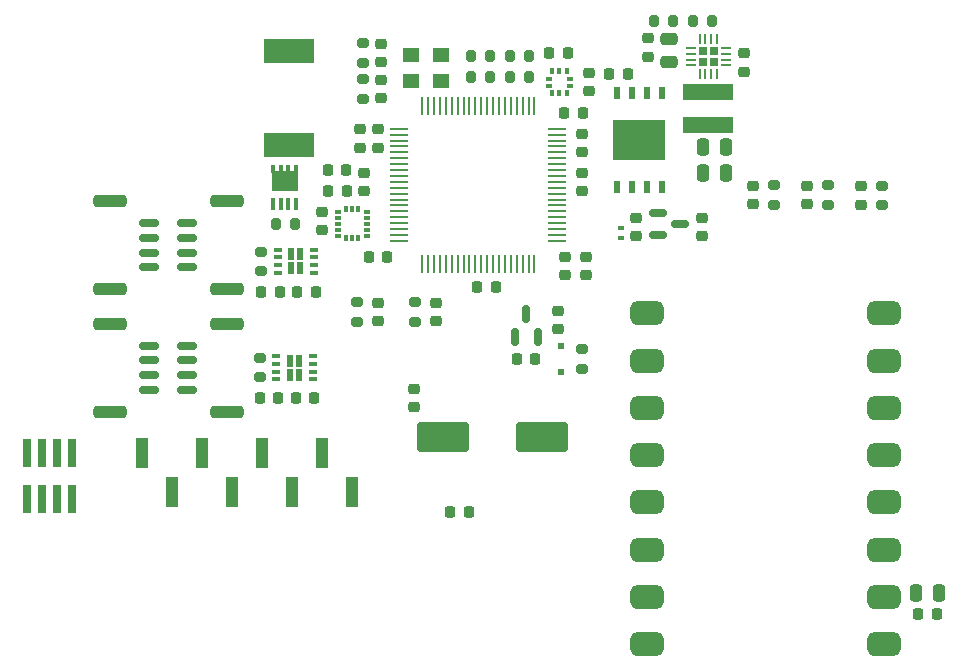
<source format=gbr>
%TF.GenerationSoftware,KiCad,Pcbnew,6.0.5-a6ca702e91~116~ubuntu20.04.1*%
%TF.CreationDate,2022-05-11T23:16:09+02:00*%
%TF.ProjectId,uHoubolt_PCB_GNSS,75486f75-626f-46c7-945f-5043425f474e,rev?*%
%TF.SameCoordinates,PX8f0d180PY5f5e100*%
%TF.FileFunction,Paste,Bot*%
%TF.FilePolarity,Positive*%
%FSLAX46Y46*%
G04 Gerber Fmt 4.6, Leading zero omitted, Abs format (unit mm)*
G04 Created by KiCad (PCBNEW 6.0.5-a6ca702e91~116~ubuntu20.04.1) date 2022-05-11 23:16:09*
%MOMM*%
%LPD*%
G01*
G04 APERTURE LIST*
G04 Aperture macros list*
%AMRoundRect*
0 Rectangle with rounded corners*
0 $1 Rounding radius*
0 $2 $3 $4 $5 $6 $7 $8 $9 X,Y pos of 4 corners*
0 Add a 4 corners polygon primitive as box body*
4,1,4,$2,$3,$4,$5,$6,$7,$8,$9,$2,$3,0*
0 Add four circle primitives for the rounded corners*
1,1,$1+$1,$2,$3*
1,1,$1+$1,$4,$5*
1,1,$1+$1,$6,$7*
1,1,$1+$1,$8,$9*
0 Add four rect primitives between the rounded corners*
20,1,$1+$1,$2,$3,$4,$5,0*
20,1,$1+$1,$4,$5,$6,$7,0*
20,1,$1+$1,$6,$7,$8,$9,0*
20,1,$1+$1,$8,$9,$2,$3,0*%
G04 Aperture macros list end*
%ADD10RoundRect,0.087500X0.187500X0.087500X-0.187500X0.087500X-0.187500X-0.087500X0.187500X-0.087500X0*%
%ADD11RoundRect,0.087500X0.087500X0.187500X-0.087500X0.187500X-0.087500X-0.187500X0.087500X-0.187500X0*%
%ADD12RoundRect,0.250000X-0.250000X-0.475000X0.250000X-0.475000X0.250000X0.475000X-0.250000X0.475000X0*%
%ADD13RoundRect,0.225000X-0.250000X0.225000X-0.250000X-0.225000X0.250000X-0.225000X0.250000X0.225000X0*%
%ADD14R,0.740000X2.400000*%
%ADD15RoundRect,0.150000X-0.700000X0.150000X-0.700000X-0.150000X0.700000X-0.150000X0.700000X0.150000X0*%
%ADD16RoundRect,0.250000X-1.150000X0.250000X-1.150000X-0.250000X1.150000X-0.250000X1.150000X0.250000X0*%
%ADD17RoundRect,0.225000X0.225000X0.250000X-0.225000X0.250000X-0.225000X-0.250000X0.225000X-0.250000X0*%
%ADD18RoundRect,0.218750X0.256250X-0.218750X0.256250X0.218750X-0.256250X0.218750X-0.256250X-0.218750X0*%
%ADD19RoundRect,0.150000X0.700000X-0.150000X0.700000X0.150000X-0.700000X0.150000X-0.700000X-0.150000X0*%
%ADD20RoundRect,0.250000X1.150000X-0.250000X1.150000X0.250000X-1.150000X0.250000X-1.150000X-0.250000X0*%
%ADD21RoundRect,0.225000X-0.225000X-0.250000X0.225000X-0.250000X0.225000X0.250000X-0.225000X0.250000X0*%
%ADD22R,1.400000X1.200000*%
%ADD23RoundRect,0.150000X-0.587500X-0.150000X0.587500X-0.150000X0.587500X0.150000X-0.587500X0.150000X0*%
%ADD24RoundRect,0.250000X1.950000X1.000000X-1.950000X1.000000X-1.950000X-1.000000X1.950000X-1.000000X0*%
%ADD25R,0.500000X1.000000*%
%ADD26R,4.500000X3.500000*%
%ADD27RoundRect,0.200000X-0.275000X0.200000X-0.275000X-0.200000X0.275000X-0.200000X0.275000X0.200000X0*%
%ADD28RoundRect,0.062500X-0.062500X0.675000X-0.062500X-0.675000X0.062500X-0.675000X0.062500X0.675000X0*%
%ADD29RoundRect,0.062500X-0.675000X0.062500X-0.675000X-0.062500X0.675000X-0.062500X0.675000X0.062500X0*%
%ADD30R,4.200000X2.000000*%
%ADD31RoundRect,0.050000X-0.230000X0.150000X-0.230000X-0.150000X0.230000X-0.150000X0.230000X0.150000X0*%
%ADD32RoundRect,0.225000X0.250000X-0.225000X0.250000X0.225000X-0.250000X0.225000X-0.250000X-0.225000X0*%
%ADD33RoundRect,0.200000X0.200000X0.275000X-0.200000X0.275000X-0.200000X-0.275000X0.200000X-0.275000X0*%
%ADD34RoundRect,0.190000X-0.190000X-0.190000X0.190000X-0.190000X0.190000X0.190000X-0.190000X0.190000X0*%
%ADD35RoundRect,0.062500X-0.325000X-0.062500X0.325000X-0.062500X0.325000X0.062500X-0.325000X0.062500X0*%
%ADD36RoundRect,0.062500X-0.062500X-0.325000X0.062500X-0.325000X0.062500X0.325000X-0.062500X0.325000X0*%
%ADD37R,4.200000X1.400000*%
%ADD38R,0.500000X0.500000*%
%ADD39RoundRect,0.150000X0.150000X-0.587500X0.150000X0.587500X-0.150000X0.587500X-0.150000X-0.587500X0*%
%ADD40R,1.000000X2.510000*%
%ADD41RoundRect,0.250000X-0.475000X0.250000X-0.475000X-0.250000X0.475000X-0.250000X0.475000X0.250000X0*%
%ADD42R,0.405000X0.990000*%
%ADD43R,0.405000X0.760000*%
%ADD44R,2.245000X1.725000*%
%ADD45R,0.600000X1.000000*%
%ADD46R,0.650000X0.350000*%
%ADD47RoundRect,0.100000X0.175000X0.100000X-0.175000X0.100000X-0.175000X-0.100000X0.175000X-0.100000X0*%
%ADD48RoundRect,0.100000X0.100000X0.175000X-0.100000X0.175000X-0.100000X-0.175000X0.100000X-0.175000X0*%
%ADD49RoundRect,0.200000X0.275000X-0.200000X0.275000X0.200000X-0.275000X0.200000X-0.275000X-0.200000X0*%
%ADD50RoundRect,0.500000X0.900000X-0.500000X0.900000X0.500000X-0.900000X0.500000X-0.900000X-0.500000X0*%
%ADD51RoundRect,0.200000X-0.200000X-0.275000X0.200000X-0.275000X0.200000X0.275000X-0.200000X0.275000X0*%
G04 APERTURE END LIST*
D10*
%TO.C,U9*%
X-10637000Y18780000D03*
X-10637000Y18280000D03*
X-10637000Y17780000D03*
X-10637000Y17280000D03*
X-10637000Y16780000D03*
D11*
X-11362000Y16555000D03*
X-11862000Y16555000D03*
X-12362000Y16555000D03*
D10*
X-13087000Y16780000D03*
X-13087000Y17280000D03*
X-13087000Y17780000D03*
X-13087000Y18280000D03*
X-13087000Y18780000D03*
D11*
X-12362000Y19005000D03*
X-11862000Y19005000D03*
X-11362000Y19005000D03*
%TD*%
D12*
%TO.C,C29*%
X35880000Y-13462000D03*
X37780000Y-13462000D03*
%TD*%
D13*
%TO.C,C12*%
X5588000Y10427000D03*
X5588000Y8877000D03*
%TD*%
D14*
%TO.C,J3*%
X-39370000Y-1606000D03*
X-39370000Y-5506000D03*
X-38100000Y-1606000D03*
X-38100000Y-5506000D03*
X-36830000Y-1606000D03*
X-36830000Y-5506000D03*
X-35560000Y-1606000D03*
X-35560000Y-5506000D03*
%TD*%
D13*
%TO.C,C2*%
X7620000Y25426000D03*
X7620000Y23876000D03*
%TD*%
D15*
%TO.C,J6*%
X-29038000Y7463000D03*
X-29038000Y6213000D03*
X-29038000Y4963000D03*
X-29038000Y3713000D03*
D16*
X-32388000Y1863000D03*
X-32388000Y9313000D03*
%TD*%
D17*
%TO.C,C7*%
X267000Y12446000D03*
X-1283000Y12446000D03*
%TD*%
D18*
%TO.C,D5*%
X22098000Y19424250D03*
X22098000Y20999250D03*
%TD*%
D19*
%TO.C,J7*%
X-25826000Y14083283D03*
X-25826000Y15333283D03*
X-25826000Y16583283D03*
X-25826000Y17833283D03*
D20*
X-22476000Y19683283D03*
X-22476000Y12233283D03*
%TD*%
D21*
%TO.C,C27*%
X-13907000Y22339000D03*
X-12357000Y22339000D03*
%TD*%
D13*
%TO.C,C3*%
X7950000Y14999000D03*
X7950000Y13449000D03*
%TD*%
D22*
%TO.C,X1*%
X-6858000Y32088000D03*
X-4318000Y32088000D03*
X-4318000Y29888000D03*
X-6858000Y29888000D03*
%TD*%
D23*
%TO.C,U8*%
X14048500Y16830000D03*
X14048500Y18730000D03*
X15923500Y17780000D03*
%TD*%
D24*
%TO.C,SuperCap1*%
X4200000Y-254000D03*
X-4200000Y-254000D03*
%TD*%
D25*
%TO.C,U3*%
X14351000Y20892000D03*
X13081000Y20892000D03*
X11811000Y20892000D03*
X10541000Y20892000D03*
X10541000Y28892000D03*
X11811000Y28892000D03*
X13081000Y28892000D03*
X14351000Y28892000D03*
D26*
X12446000Y24892000D03*
%TD*%
D27*
%TO.C,R9*%
X7620000Y7175000D03*
X7620000Y5525000D03*
%TD*%
D17*
%TO.C,C9*%
X-8890000Y14986000D03*
X-10440000Y14986000D03*
%TD*%
D27*
%TO.C,R11*%
X-19558000Y15395000D03*
X-19558000Y13745000D03*
%TD*%
D17*
%TO.C,C11*%
X7633000Y27178000D03*
X6083000Y27178000D03*
%TD*%
D28*
%TO.C,U2*%
X-5944000Y27769500D03*
X-5444000Y27769500D03*
X-4944000Y27769500D03*
X-4444000Y27769500D03*
X-3944000Y27769500D03*
X-3444000Y27769500D03*
X-2944000Y27769500D03*
X-2444000Y27769500D03*
X-1944000Y27769500D03*
X-1444000Y27769500D03*
X-944000Y27769500D03*
X-444000Y27769500D03*
X56000Y27769500D03*
X556000Y27769500D03*
X1056000Y27769500D03*
X1556000Y27769500D03*
X2056000Y27769500D03*
X2556000Y27769500D03*
X3056000Y27769500D03*
X3556000Y27769500D03*
D29*
X5493500Y25832000D03*
X5493500Y25332000D03*
X5493500Y24832000D03*
X5493500Y24332000D03*
X5493500Y23832000D03*
X5493500Y23332000D03*
X5493500Y22832000D03*
X5493500Y22332000D03*
X5493500Y21832000D03*
X5493500Y21332000D03*
X5493500Y20832000D03*
X5493500Y20332000D03*
X5493500Y19832000D03*
X5493500Y19332000D03*
X5493500Y18832000D03*
X5493500Y18332000D03*
X5493500Y17832000D03*
X5493500Y17332000D03*
X5493500Y16832000D03*
X5493500Y16332000D03*
D28*
X3556000Y14394500D03*
X3056000Y14394500D03*
X2556000Y14394500D03*
X2056000Y14394500D03*
X1556000Y14394500D03*
X1056000Y14394500D03*
X556000Y14394500D03*
X56000Y14394500D03*
X-444000Y14394500D03*
X-944000Y14394500D03*
X-1444000Y14394500D03*
X-1944000Y14394500D03*
X-2444000Y14394500D03*
X-2944000Y14394500D03*
X-3444000Y14394500D03*
X-3944000Y14394500D03*
X-4444000Y14394500D03*
X-4944000Y14394500D03*
X-5444000Y14394500D03*
X-5944000Y14394500D03*
D29*
X-7881500Y16332000D03*
X-7881500Y16832000D03*
X-7881500Y17332000D03*
X-7881500Y17832000D03*
X-7881500Y18332000D03*
X-7881500Y18832000D03*
X-7881500Y19332000D03*
X-7881500Y19832000D03*
X-7881500Y20332000D03*
X-7881500Y20832000D03*
X-7881500Y21332000D03*
X-7881500Y21832000D03*
X-7881500Y22332000D03*
X-7881500Y22832000D03*
X-7881500Y23332000D03*
X-7881500Y23832000D03*
X-7881500Y24332000D03*
X-7881500Y24832000D03*
X-7881500Y25332000D03*
X-7881500Y25832000D03*
%TD*%
D13*
%TO.C,C34*%
X8140000Y30585000D03*
X8140000Y29035000D03*
%TD*%
D15*
%TO.C,J5*%
X-29038000Y17833283D03*
X-29038000Y16583283D03*
X-29038000Y15333283D03*
X-29038000Y14083283D03*
D16*
X-32388000Y19683283D03*
X-32388000Y12233283D03*
%TD*%
D27*
%TO.C,R5*%
X-10922000Y33083000D03*
X-10922000Y31433000D03*
%TD*%
D12*
%TO.C,C24*%
X17846000Y22098000D03*
X19746000Y22098000D03*
%TD*%
D30*
%TO.C,LS1*%
X-17200000Y32448000D03*
X-17200000Y24448000D03*
%TD*%
D18*
%TO.C,D1*%
X31242000Y19398750D03*
X31242000Y20973750D03*
%TD*%
D27*
%TO.C,R17*%
X23876000Y21036750D03*
X23876000Y19386750D03*
%TD*%
D31*
%TO.C,D4*%
X10922000Y17418000D03*
X10922000Y16618000D03*
%TD*%
D21*
%TO.C,C28*%
X-13894000Y20574000D03*
X-12344000Y20574000D03*
%TD*%
D17*
%TO.C,C13*%
X-18141500Y3048000D03*
X-19691500Y3048000D03*
%TD*%
D27*
%TO.C,R10*%
X-19678500Y6450569D03*
X-19678500Y4800569D03*
%TD*%
D13*
%TO.C,C19*%
X13208000Y33487000D03*
X13208000Y31937000D03*
%TD*%
D17*
%TO.C,C14*%
X-18021000Y12030000D03*
X-19571000Y12030000D03*
%TD*%
D32*
%TO.C,C1*%
X-9398000Y28435000D03*
X-9398000Y29985000D03*
%TD*%
D13*
%TO.C,C22*%
X21336000Y32217000D03*
X21336000Y30667000D03*
%TD*%
D21*
%TO.C,C30*%
X36055000Y-15240000D03*
X37605000Y-15240000D03*
%TD*%
D33*
%TO.C,R7*%
X3111000Y32004000D03*
X1461000Y32004000D03*
%TD*%
D32*
%TO.C,C5*%
X-9700000Y24225000D03*
X-9700000Y25775000D03*
%TD*%
D34*
%TO.C,U7*%
X17848000Y32382500D03*
X18728000Y32382500D03*
X18728000Y31502500D03*
X17848000Y31502500D03*
D35*
X16825500Y31192500D03*
X16825500Y31692500D03*
X16825500Y32192500D03*
X16825500Y32692500D03*
D36*
X17538000Y33405000D03*
X18038000Y33405000D03*
X18538000Y33405000D03*
X19038000Y33405000D03*
D35*
X19750500Y32692500D03*
X19750500Y32192500D03*
X19750500Y31692500D03*
X19750500Y31192500D03*
D36*
X19038000Y30480000D03*
X18538000Y30480000D03*
X18038000Y30480000D03*
X17538000Y30480000D03*
%TD*%
D33*
%TO.C,R12*%
X18605000Y34922500D03*
X16955000Y34922500D03*
%TD*%
D37*
%TO.C,L1*%
X18288000Y28962000D03*
X18288000Y26162000D03*
%TD*%
D19*
%TO.C,J4*%
X-25826000Y3713000D03*
X-25826000Y4963000D03*
X-25826000Y6213000D03*
X-25826000Y7463000D03*
D20*
X-22476000Y1863000D03*
X-22476000Y9313000D03*
%TD*%
D21*
%TO.C,C21*%
X-3569000Y-6604000D03*
X-2019000Y-6604000D03*
%TD*%
D18*
%TO.C,LED2*%
X-9652000Y9528365D03*
X-9652000Y11103365D03*
%TD*%
D27*
%TO.C,R2*%
X-6559750Y11134115D03*
X-6559750Y9484115D03*
%TD*%
D13*
%TO.C,C26*%
X12192000Y18301000D03*
X12192000Y16751000D03*
%TD*%
D17*
%TO.C,C17*%
X-14973000Y12030000D03*
X-16523000Y12030000D03*
%TD*%
D32*
%TO.C,C4*%
X7620000Y20574000D03*
X7620000Y22124000D03*
%TD*%
D17*
%TO.C,C16*%
X-15093500Y3048000D03*
X-16643500Y3048000D03*
%TD*%
D18*
%TO.C,D3*%
X26670000Y19424250D03*
X26670000Y20999250D03*
%TD*%
D17*
%TO.C,C15*%
X3590500Y6293500D03*
X2040500Y6293500D03*
%TD*%
D38*
%TO.C,D2*%
X5842000Y7450000D03*
X5842000Y5250000D03*
%TD*%
D27*
%TO.C,R3*%
X-11430000Y11140865D03*
X-11430000Y9490865D03*
%TD*%
%TO.C,R6*%
X33020000Y21011250D03*
X33020000Y19361250D03*
%TD*%
D13*
%TO.C,C25*%
X17780000Y18301000D03*
X17780000Y16751000D03*
%TD*%
D39*
%TO.C,U4*%
X3831500Y8228500D03*
X1931500Y8228500D03*
X2881500Y10103500D03*
%TD*%
D12*
%TO.C,C23*%
X17846000Y24308500D03*
X19746000Y24308500D03*
%TD*%
D40*
%TO.C,J2*%
X-11910000Y-4957000D03*
X-14450000Y-1647000D03*
X-16990000Y-4957000D03*
X-19530000Y-1647000D03*
X-22070000Y-4957000D03*
X-24610000Y-1647000D03*
X-27150000Y-4957000D03*
X-29690000Y-1647000D03*
%TD*%
D32*
%TO.C,C31*%
X-10833000Y20561000D03*
X-10833000Y22111000D03*
%TD*%
D41*
%TO.C,C18*%
X14986000Y33408000D03*
X14986000Y31508000D03*
%TD*%
D42*
%TO.C,Q1*%
X-18592000Y19444000D03*
D43*
X-17932000Y22429000D03*
X-16612000Y22429000D03*
X-17272000Y22429000D03*
D44*
X-17602000Y21436500D03*
D43*
X-18592000Y22429000D03*
D42*
X-16612000Y19444000D03*
X-17272000Y19444000D03*
X-17932000Y19444000D03*
%TD*%
D45*
%TO.C,U6*%
X-16249500Y14005000D03*
X-17024500Y15205000D03*
X-16249500Y15205000D03*
X-17024500Y14005000D03*
D46*
X-15087000Y15580000D03*
X-15087000Y14930000D03*
X-15087000Y14280000D03*
X-15087000Y13630000D03*
X-18187000Y13630000D03*
X-18187000Y14280000D03*
X-18187000Y14930000D03*
X-18187000Y15580000D03*
%TD*%
D13*
%TO.C,C20*%
X-6604000Y3823000D03*
X-6604000Y2273000D03*
%TD*%
D21*
%TO.C,C33*%
X4825000Y32284000D03*
X6375000Y32284000D03*
%TD*%
D33*
%TO.C,R4*%
X-16701000Y17780000D03*
X-18351000Y17780000D03*
%TD*%
D13*
%TO.C,C32*%
X-14416191Y18809000D03*
X-14416191Y17259000D03*
%TD*%
D45*
%TO.C,U5*%
X-16376500Y4988000D03*
X-16376500Y6188000D03*
X-17151500Y6188000D03*
X-17151500Y4988000D03*
D46*
X-15214000Y6563000D03*
X-15214000Y5913000D03*
X-15214000Y5263000D03*
X-15214000Y4613000D03*
X-18314000Y4613000D03*
X-18314000Y5263000D03*
X-18314000Y5913000D03*
X-18314000Y6563000D03*
%TD*%
D27*
%TO.C,R14*%
X28448000Y21036750D03*
X28448000Y19386750D03*
%TD*%
D47*
%TO.C,U11*%
X6604000Y30064000D03*
X6604000Y29464000D03*
D48*
X6279000Y28839000D03*
X5679000Y28839000D03*
X5079000Y28839000D03*
D47*
X4754000Y29464000D03*
X4754000Y30064000D03*
D48*
X5079000Y30689000D03*
X5679000Y30689000D03*
X6279000Y30689000D03*
%TD*%
D33*
%TO.C,R16*%
X-191000Y30226000D03*
X-1841000Y30226000D03*
%TD*%
D17*
%TO.C,C8*%
X11443000Y30480000D03*
X9893000Y30480000D03*
%TD*%
D32*
%TO.C,C35*%
X-9398000Y31483000D03*
X-9398000Y33033000D03*
%TD*%
D49*
%TO.C,R1*%
X-10922000Y28385000D03*
X-10922000Y30035000D03*
%TD*%
D50*
%TO.C,U10*%
X33114000Y-17810000D03*
X33114000Y-13810000D03*
X33114000Y-9810000D03*
X33114000Y-5810000D03*
X33114000Y-1810000D03*
X33114000Y2190000D03*
X33114000Y6190000D03*
X33114000Y10190000D03*
X13114000Y10190000D03*
X13114000Y6190000D03*
X13114000Y2190000D03*
X13114000Y-1810000D03*
X13114000Y-5810000D03*
X13114000Y-9810000D03*
X13114000Y-13810000D03*
X13114000Y-17810000D03*
%TD*%
D33*
%TO.C,R8*%
X-191000Y32004000D03*
X-1841000Y32004000D03*
%TD*%
D13*
%TO.C,C6*%
X6172000Y14999000D03*
X6172000Y13449000D03*
%TD*%
D33*
%TO.C,R15*%
X3111000Y30226000D03*
X1461000Y30226000D03*
%TD*%
D32*
%TO.C,C10*%
X-11200000Y24225000D03*
X-11200000Y25775000D03*
%TD*%
D18*
%TO.C,LED1*%
X-4781750Y9521615D03*
X-4781750Y11096615D03*
%TD*%
D51*
%TO.C,R13*%
X13653000Y34922500D03*
X15303000Y34922500D03*
%TD*%
M02*

</source>
